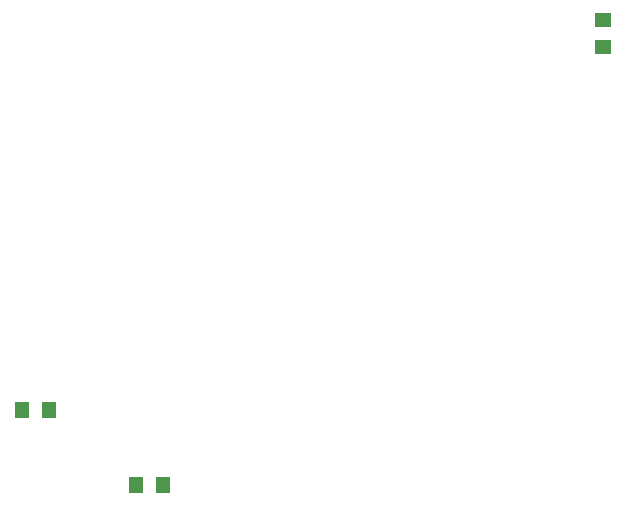
<source format=gbp>
G04*
G04 #@! TF.GenerationSoftware,Altium Limited,Altium Designer,18.1.6 (161)*
G04*
G04 Layer_Color=128*
%FSTAX24Y24*%
%MOIN*%
G70*
G01*
G75*
%ADD22R,0.0550X0.0500*%
%ADD23R,0.0500X0.0550*%
D22*
X03445Y04445D02*
D03*
Y04535D02*
D03*
D23*
X0198Y02985D02*
D03*
X0189D02*
D03*
X0151Y03235D02*
D03*
X016D02*
D03*
M02*

</source>
